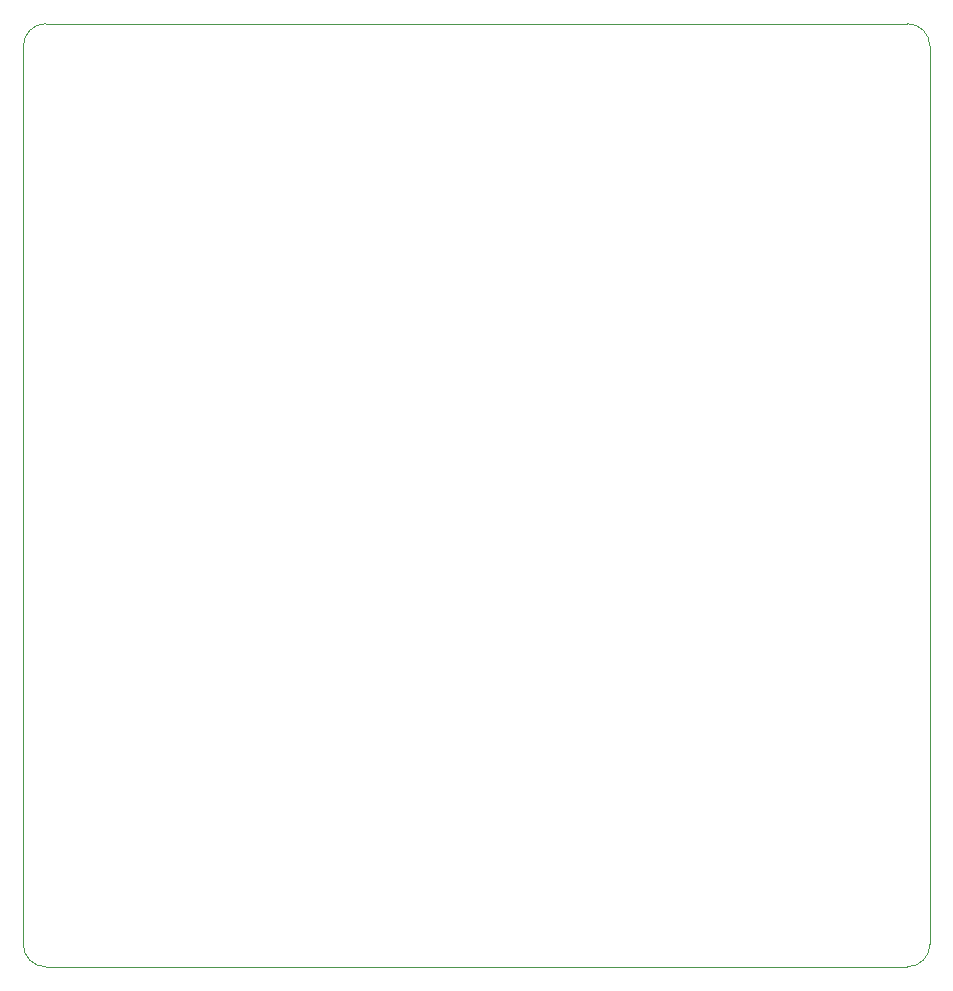
<source format=gm1>
%TF.GenerationSoftware,KiCad,Pcbnew,7.0.7*%
%TF.CreationDate,2023-09-28T16:31:28-05:00*%
%TF.ProjectId,iowa-rover-kiosk-main,696f7761-2d72-46f7-9665-722d6b696f73,rev?*%
%TF.SameCoordinates,Original*%
%TF.FileFunction,Profile,NP*%
%FSLAX46Y46*%
G04 Gerber Fmt 4.6, Leading zero omitted, Abs format (unit mm)*
G04 Created by KiCad (PCBNEW 7.0.7) date 2023-09-28 16:31:28*
%MOMM*%
%LPD*%
G01*
G04 APERTURE LIST*
%TA.AperFunction,Profile*%
%ADD10C,0.100000*%
%TD*%
G04 APERTURE END LIST*
D10*
X39370000Y-47067040D02*
G75*
G03*
X37465000Y-48972038I0J-1905000D01*
G01*
X114222962Y-125017962D02*
X114222962Y-48972038D01*
X39370000Y-126922962D02*
X112317962Y-126922962D01*
X37465000Y-48972038D02*
X37465000Y-125017962D01*
X112317962Y-126922962D02*
G75*
G03*
X114222962Y-125017962I38J1904962D01*
G01*
X37465038Y-125017962D02*
G75*
G03*
X39370000Y-126922962I1904962J-38D01*
G01*
X112317962Y-47067038D02*
X39370000Y-47067038D01*
X114222962Y-48972038D02*
G75*
G03*
X112317962Y-47067038I-1904962J38D01*
G01*
M02*

</source>
